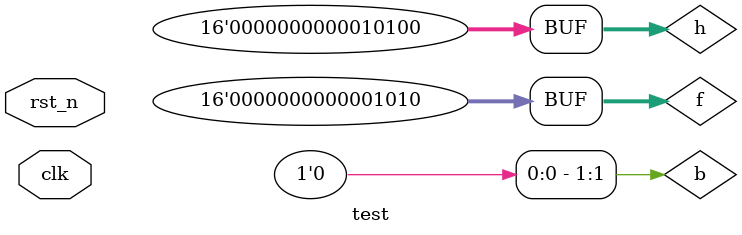
<source format=v>
`timescale 1ns / 1ps

module test #(
	parameter [15:0] e = 10,
	parameter [15:0] g = 20
)
(
	input	clk		,
	input	rst_n	
);

reg	 	[7:0] 	a  		;
wire	[1:0] 	b  		;
reg		[1:0] 	c  		;
reg			  	d  		;
wire	[15:0]	f  		;
wire	[15:0]	h  		;

reg		[15:0]  j  		;
reg		[15:0]  k  		;
reg		[1:0] 	l  		;
reg 	[1:0]	m		;
reg		[7:0]	n = 1	;
reg 	[7:0]	o = 2	;

reg		[7:0]	p = 1	;
reg 	[7:0]	q = 2	;

reg		[7:0]	s = 1	;
reg 	[7:0]	t = 2	;
reg 	[7:0]	u = 3	;
reg 	[7:0]	v = 4	;

reg 	[7:0]	w		;
reg 	[7:0]	x		;

always@(posedge clk)
if (!rst_n)
	a <= 0;
else
	a <= a + 1'b1;

assign b = (a==20) ? 1'b1 : 1'b0;

always@(*)
if (a==20)
	c = 2'b01;
else if (a==21)
	c = 2'b10;
else if (a==22)
	c = 2'b11;	
else
	c = 2'b00;

always@(posedge clk)
if (a==20)
	d <= 1'b1;
else
	d <= 1'b0;

assign f = e;
assign h = g;

localparam i = 60;

always@(posedge clk)
if (a==20) begin
	j <= 1;
	k <= 1;
end
else begin
	j <= 0;
	k <= 0;
end

// always@(*)
// case (a)
// 	20:l = 2'b01;
// 	21:l = 2'b10;
// 	22:l = 2'b11;
// 	default:l = 2'b00;
// endcase

always@(posedge clk)
case (a)
	20:l = 2'b01;
	21:l = 2'b10;
	22:l = 2'b11;
	default:l = 2'b00;
endcase

// always@(posedge clk)
// case (a)
// 	20:m <= 2'b01;
// 	21:m <= 2'b10;
// 	22:m <= 2'b11;
// 	default:m <= 2'b00;
// endcase

always@(*)
case (a)
	20:m <= 2'b01;
	21:m <= 2'b10;
	22:m <= 2'b11;
	default:m <= 2'b00;
endcase

always@(posedge clk) begin
    n = o;
    o = n;
end

always@(posedge clk) begin
    p <= q;
    q <= p;
end

always@(posedge clk) begin
    s = t;
    t = s;
	u <= t;
	v <= s;
end

always@(posedge clk)
if (!rst_n)
	w <= 0;
else
	w <= a;

always@(negedge clk)
if (!rst_n)
	x <= 0;
else
	x <= a;


endmodule

</source>
